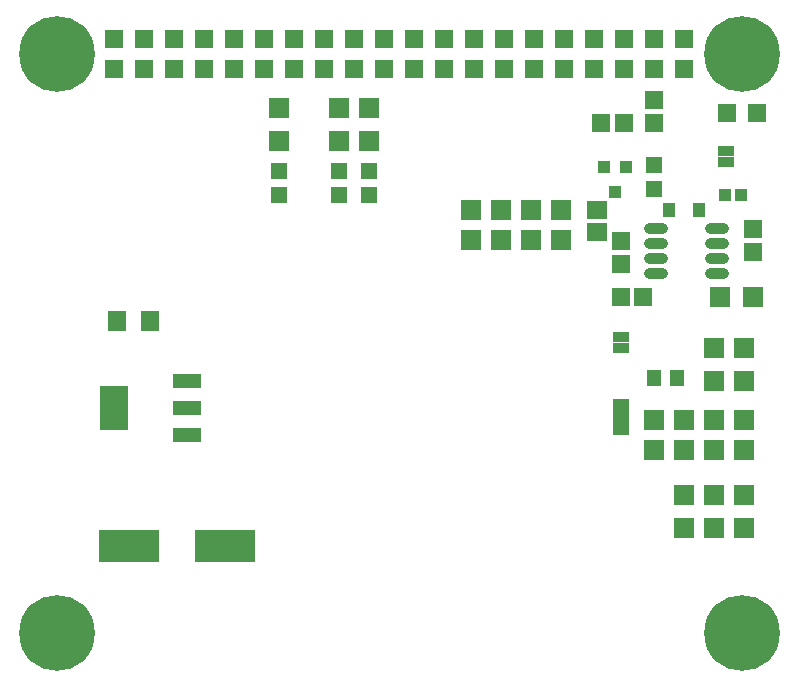
<source format=gts>
G04 ---------------------------- Layer name :TOP SOLDER LAYER*
G04 EasyEDA v5.8.20, Fri, 02 Nov 2018 18:29:30 GMT*
G04 36527c8444ce4c4c8eb284ebc49f3122*
G04 Gerber Generator version 0.2*
G04 Scale: 100 percent, Rotated: No, Reflected: No *
G04 Dimensions in millimeters *
G04 leading zeros omitted , absolute positions ,3 integer and 3 decimal *
%FSLAX33Y33*%
%MOMM*%
G90*
G71D02*

%ADD45C,0.903201*%
%ADD46R,1.402080X1.402080*%
%ADD47R,1.704340X1.704340*%
%ADD48R,1.602740X1.503680*%
%ADD49R,1.003198X1.203198*%
%ADD50R,1.803400X1.803400*%
%ADD51R,1.003300X1.102360*%
%ADD52R,1.503680X1.602740*%
%ADD53R,1.102360X1.003300*%
%ADD54R,2.362200X3.708400*%
%ADD55R,2.362200X1.295400*%
%ADD56R,1.473200X0.838200*%
%ADD57R,1.602740X1.803400*%
%ADD58R,1.704340X1.503680*%
%ADD59R,1.703197X1.703197*%
%ADD60R,5.203190X2.803195*%
%ADD61C,6.403340*%
%ADD62R,1.617980X1.617980*%
%ADD63R,1.203198X1.453197*%
%ADD64R,1.403096X1.003198*%

%LPD*%
G54D45*
G01X58886Y34036D02*
G01X59986Y34036D01*
G01X58886Y35306D02*
G01X59986Y35306D01*
G01X58886Y36576D02*
G01X59986Y36576D01*
G01X58886Y37846D02*
G01X59986Y37846D01*
G01X53684Y34036D02*
G01X54784Y34036D01*
G01X53684Y35306D02*
G01X54784Y35306D01*
G01X53684Y36576D02*
G01X54784Y36576D01*
G01X53684Y37846D02*
G01X54784Y37846D01*
G54D46*
G01X29972Y42672D03*
G01X29972Y40589D03*
G01X27432Y42672D03*
G01X27432Y40589D03*
G01X22352Y42672D03*
G01X22352Y40589D03*
G54D47*
G01X46228Y39370D03*
G01X46228Y36830D03*
G01X43688Y39370D03*
G01X43688Y36830D03*
G01X41148Y39370D03*
G01X41148Y36830D03*
G01X38608Y39370D03*
G01X38608Y36830D03*
G54D48*
G01X62484Y35814D03*
G01X62484Y37713D03*
G54D49*
G01X55372Y39369D03*
G01X57912Y39369D03*
G54D50*
G01X59690Y32004D03*
G01X62489Y32004D03*
G54D51*
G01X50800Y40894D03*
G01X49860Y42976D03*
G01X51739Y42976D03*
G54D52*
G01X51562Y46736D03*
G01X49662Y46736D03*
G54D48*
G01X54102Y46736D03*
G01X54102Y48635D03*
G54D46*
G01X54102Y43180D03*
G01X54102Y41097D03*
G54D48*
G01X51308Y34798D03*
G01X51308Y36697D03*
G54D52*
G01X51308Y32004D03*
G01X53207Y32004D03*
G54D53*
G01X61468Y40640D03*
G01X60167Y40640D03*
G54D54*
G01X8382Y22606D03*
G54D55*
G01X14579Y24917D03*
G01X14579Y22606D03*
G01X14579Y20294D03*
G54D56*
G01X60198Y43434D03*
G01X60198Y44348D03*
G54D57*
G01X8636Y29972D03*
G01X11430Y29972D03*
G54D58*
G01X49276Y39370D03*
G01X49276Y37490D03*
G54D56*
G01X51308Y27686D03*
G01X51308Y28600D03*
G54D59*
G01X54102Y19050D03*
G01X56642Y19050D03*
G01X59182Y19050D03*
G01X61722Y19050D03*
G01X61722Y21590D03*
G01X59182Y21590D03*
G01X56642Y21590D03*
G01X54102Y21590D03*
G54D60*
G01X17781Y10922D03*
G01X9681Y10922D03*
G54D61*
G01X3556Y3556D03*
G01X61544Y3556D03*
G01X61544Y52552D03*
G01X3556Y52552D03*
G54D62*
G01X8432Y51282D03*
G01X10972Y51282D03*
G01X13512Y51282D03*
G01X16052Y51282D03*
G01X18592Y51282D03*
G01X21132Y51282D03*
G01X8432Y53822D03*
G01X10972Y53822D03*
G01X13512Y53822D03*
G01X16052Y53822D03*
G01X18592Y53822D03*
G01X21132Y53822D03*
G01X23672Y51282D03*
G01X23672Y53822D03*
G01X26212Y51282D03*
G01X28752Y51282D03*
G01X31292Y51282D03*
G01X33832Y51282D03*
G01X36372Y51282D03*
G01X38912Y51282D03*
G01X26212Y53822D03*
G01X28752Y53822D03*
G01X31292Y53822D03*
G01X33832Y53822D03*
G01X36372Y53822D03*
G01X38912Y53822D03*
G01X41452Y51282D03*
G01X41452Y53822D03*
G01X43992Y51282D03*
G01X46532Y51282D03*
G01X49072Y51282D03*
G01X51612Y51282D03*
G01X54152Y51282D03*
G01X56692Y51282D03*
G01X43992Y53822D03*
G01X46532Y53822D03*
G01X49072Y53822D03*
G01X51612Y53822D03*
G01X54152Y53822D03*
G01X56692Y53822D03*
G01X60270Y47608D03*
G01X62810Y47607D03*
G54D50*
G01X29972Y45212D03*
G01X29972Y48011D03*
G01X27432Y45212D03*
G01X27432Y48011D03*
G01X22352Y45212D03*
G01X22352Y48011D03*
G01X56642Y12446D03*
G01X56642Y15245D03*
G01X59182Y12446D03*
G01X59182Y15245D03*
G01X61722Y12446D03*
G01X61722Y15245D03*
G01X59182Y24892D03*
G01X59182Y27691D03*
G01X61722Y24892D03*
G01X61722Y27691D03*
G54D63*
G01X54103Y25146D03*
G01X56103Y25146D03*
G54D64*
G01X51308Y22860D03*
G01X51308Y21844D03*
G01X51308Y20819D03*
M00*
M02*

</source>
